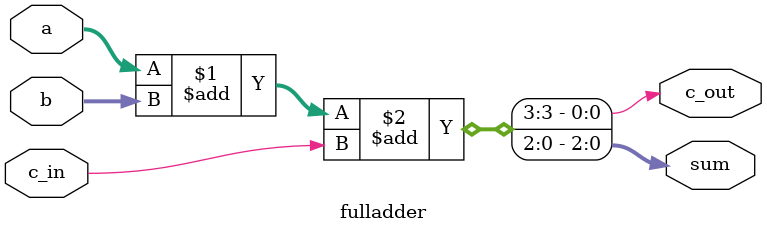
<source format=v>
/* Make Verilog Testbench RTL Diagram
Copyright (C) 2021 Make Verilog Testbench RTL Diagram Authors.
This program is free software: you can redistribute it and/or modify
it under the terms of the GNU General Public License as published by
the Free Software Foundation, either version 3 of the License, or
(at your option) any later version.
This program is distributed in the hope that it will be useful,
but WITHOUT ANY WARRANTY; without even the implied warranty of
MERCHANTABILITY or FITNESS FOR A PARTICULAR PURPOSE.  See the
GNU General Public License for more details.
You should have received a copy of the GNU General Public License
along with this program.  If not, see <http://www.gnu.org/licenses/>.
==============================================================================*/

`timescale 1ns/10ps

module fulladder #(
    parameter width = 2
) (
    input [width:0] a,
    input [width:0] b,
    input c_in,
    output c_out,
    output [width:0] sum
);

    assign { c_out, sum } = a + b + c_in;

endmodule
</source>
